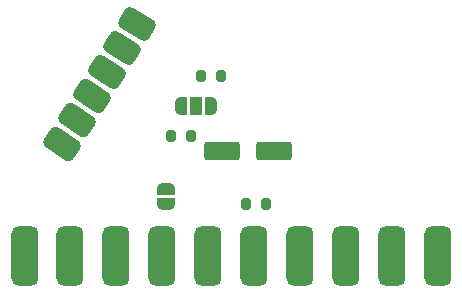
<source format=gts>
G04 #@! TF.GenerationSoftware,KiCad,Pcbnew,(6.0.4)*
G04 #@! TF.CreationDate,2022-12-31T00:33:15-05:00*
G04 #@! TF.ProjectId,scart cable,73636172-7420-4636-9162-6c652e6b6963,rev?*
G04 #@! TF.SameCoordinates,Original*
G04 #@! TF.FileFunction,Soldermask,Top*
G04 #@! TF.FilePolarity,Negative*
%FSLAX46Y46*%
G04 Gerber Fmt 4.6, Leading zero omitted, Abs format (unit mm)*
G04 Created by KiCad (PCBNEW (6.0.4)) date 2022-12-31 00:33:15*
%MOMM*%
%LPD*%
G01*
G04 APERTURE LIST*
G04 Aperture macros list*
%AMRoundRect*
0 Rectangle with rounded corners*
0 $1 Rounding radius*
0 $2 $3 $4 $5 $6 $7 $8 $9 X,Y pos of 4 corners*
0 Add a 4 corners polygon primitive as box body*
4,1,4,$2,$3,$4,$5,$6,$7,$8,$9,$2,$3,0*
0 Add four circle primitives for the rounded corners*
1,1,$1+$1,$2,$3*
1,1,$1+$1,$4,$5*
1,1,$1+$1,$6,$7*
1,1,$1+$1,$8,$9*
0 Add four rect primitives between the rounded corners*
20,1,$1+$1,$2,$3,$4,$5,0*
20,1,$1+$1,$4,$5,$6,$7,0*
20,1,$1+$1,$6,$7,$8,$9,0*
20,1,$1+$1,$8,$9,$2,$3,0*%
%AMFreePoly0*
4,1,22,0.550000,-0.750000,0.000000,-0.750000,0.000000,-0.745033,-0.079941,-0.743568,-0.215256,-0.701293,-0.333266,-0.622738,-0.424486,-0.514219,-0.481581,-0.384460,-0.499164,-0.250000,-0.500000,-0.250000,-0.500000,0.250000,-0.499164,0.250000,-0.499963,0.256109,-0.478152,0.396186,-0.417904,0.524511,-0.324060,0.630769,-0.204165,0.706417,-0.067858,0.745374,0.000000,0.744959,0.000000,0.750000,
0.550000,0.750000,0.550000,-0.750000,0.550000,-0.750000,$1*%
%AMFreePoly1*
4,1,20,0.000000,0.744959,0.073905,0.744508,0.209726,0.703889,0.328688,0.626782,0.421226,0.519385,0.479903,0.390333,0.500000,0.250000,0.500000,-0.250000,0.499851,-0.262216,0.476331,-0.402017,0.414519,-0.529596,0.319384,-0.634700,0.198574,-0.708877,0.061801,-0.746166,0.000000,-0.745033,0.000000,-0.750000,-0.550000,-0.750000,-0.550000,0.750000,0.000000,0.750000,0.000000,0.744959,
0.000000,0.744959,$1*%
%AMFreePoly2*
4,1,22,0.500000,-0.750000,0.000000,-0.750000,0.000000,-0.745033,-0.079941,-0.743568,-0.215256,-0.701293,-0.333266,-0.622738,-0.424486,-0.514219,-0.481581,-0.384460,-0.499164,-0.250000,-0.500000,-0.250000,-0.500000,0.250000,-0.499164,0.250000,-0.499963,0.256109,-0.478152,0.396186,-0.417904,0.524511,-0.324060,0.630769,-0.204165,0.706417,-0.067858,0.745374,0.000000,0.744959,0.000000,0.750000,
0.500000,0.750000,0.500000,-0.750000,0.500000,-0.750000,$1*%
%AMFreePoly3*
4,1,20,0.000000,0.744959,0.073905,0.744508,0.209726,0.703889,0.328688,0.626782,0.421226,0.519385,0.479903,0.390333,0.500000,0.250000,0.500000,-0.250000,0.499851,-0.262216,0.476331,-0.402017,0.414519,-0.529596,0.319384,-0.634700,0.198574,-0.708877,0.061801,-0.746166,0.000000,-0.745033,0.000000,-0.750000,-0.500000,-0.750000,-0.500000,0.750000,0.000000,0.750000,0.000000,0.744959,
0.000000,0.744959,$1*%
G04 Aperture macros list end*
%ADD10RoundRect,0.500000X0.532364X-0.983152X1.105940X-0.164000X-0.532364X0.983152X-1.105940X0.164000X0*%
%ADD11RoundRect,0.571500X-0.571500X-1.928500X0.571500X-1.928500X0.571500X1.928500X-0.571500X1.928500X0*%
%ADD12RoundRect,0.200000X-0.200000X-0.275000X0.200000X-0.275000X0.200000X0.275000X-0.200000X0.275000X0*%
%ADD13RoundRect,0.500000X0.583088X-0.953943X1.113008X-0.105895X-0.583088X0.953943X-1.113008X0.105895X0*%
%ADD14RoundRect,0.500000X0.599648X-0.943622X1.114686X-0.086454X-0.599648X0.943622X-1.114686X0.086454X0*%
%ADD15RoundRect,0.250000X-1.250000X-0.550000X1.250000X-0.550000X1.250000X0.550000X-1.250000X0.550000X0*%
%ADD16RoundRect,0.200000X0.200000X0.275000X-0.200000X0.275000X-0.200000X-0.275000X0.200000X-0.275000X0*%
%ADD17FreePoly0,180.000000*%
%ADD18R,1.000000X1.500000*%
%ADD19FreePoly1,180.000000*%
%ADD20RoundRect,0.500000X0.566351X-0.963974X1.110990X-0.125304X-0.566351X0.963974X-1.110990X0.125304X0*%
%ADD21FreePoly2,270.000000*%
%ADD22FreePoly3,270.000000*%
%ADD23RoundRect,0.500000X-0.549441X0.973712X-1.108634X0.144674X0.549441X-0.973712X1.108634X-0.144674X0*%
G04 APERTURE END LIST*
D10*
X38862000Y-28448000D03*
D11*
X34379000Y-40005000D03*
X38267000Y-40005000D03*
X42155000Y-40005000D03*
X46043000Y-40005000D03*
X49931000Y-40005000D03*
X53819000Y-40005000D03*
X57707000Y-40005000D03*
X61595000Y-40005000D03*
X65483000Y-40005000D03*
X69371000Y-40005000D03*
D12*
X49340000Y-24765000D03*
X50990000Y-24765000D03*
D13*
X42672000Y-22352000D03*
D14*
X43942000Y-20320000D03*
D15*
X51140000Y-31115000D03*
X55540000Y-31115000D03*
D10*
X37592000Y-30480000D03*
D16*
X48450000Y-29845000D03*
X46800000Y-29845000D03*
D17*
X50195000Y-27305000D03*
D18*
X48895000Y-27305000D03*
D19*
X47595000Y-27305000D03*
D20*
X41402000Y-24384000D03*
D16*
X54800000Y-35560000D03*
X53150000Y-35560000D03*
D21*
X46355000Y-34260000D03*
D22*
X46355000Y-35560000D03*
D23*
X40132000Y-26416000D03*
M02*

</source>
